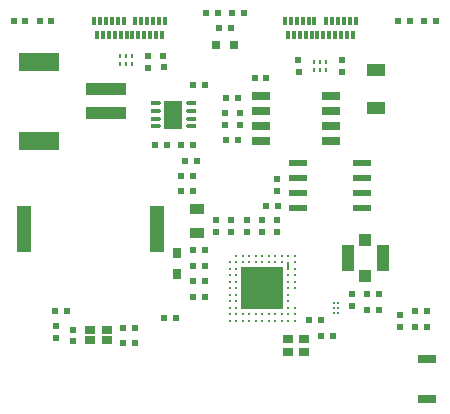
<source format=gtp>
G04 ---------------------------- Layer name :TOP PASTER LAYER*
G04 easyEDA 0.1*
G04 Scale: 100 percent, Rotated: No, Reflected: No *
G04 Dimensions in inches *
G04 leading zeros omitted , absolute positions ,2 integer and 4 * 
%FSLAX24Y24*%
%MOIN*%
G90*
G70D02*

%ADD15R,0.023620X0.019685*%
%ADD16R,0.019685X0.023620*%
%ADD17R,0.009450X0.009450*%
%ADD18R,0.139370X0.139370*%
%ADD19R,0.009450X0.031102*%
%ADD20R,0.009842X0.009842*%
%ADD21R,0.010630X0.012992*%
%ADD22R,0.031496X0.031496*%
%ADD23R,0.062992X0.023620*%
%ADD24R,0.062992X0.031496*%
%ADD25R,0.047240X0.035433*%
%ADD26R,0.039370X0.041339*%
%ADD27R,0.041339X0.086614*%
%ADD28R,0.033465X0.029527*%
%ADD29R,0.026772X0.013780*%
%ADD30R,0.064960X0.094490*%
%ADD31C,0.013780*%
%ADD33R,0.033465X0.025591*%
%ADD34R,0.059055X0.039370*%
%ADD35R,0.059842X0.025984*%
%ADD36R,0.133858X0.059055*%
%ADD37R,0.137790X0.039370*%
%ADD38R,0.011810X0.031496*%
%ADD39R,0.031496X0.035433*%
%ADD40R,0.047240X0.157480*%

%LPD*%
G54D15*
G01X11732Y19152D03*
G01X11732Y18757D03*
G54D16*
G01X12225Y19130D03*
G01X12619Y19132D03*
G01X6161Y23592D03*
G01X6555Y23592D03*
G01X7546Y24292D03*
G01X7940Y24294D03*
G01X12225Y18619D03*
G01X12619Y18621D03*
G01X13838Y18571D03*
G01X14232Y18573D03*
G01X13838Y18061D03*
G01X14232Y18061D03*
G54D15*
G01X13346Y18040D03*
G01X13344Y18434D03*
G54D17*
G01X9826Y19330D03*
G01X9609Y19332D03*
G01X9826Y19548D03*
G01X9826Y20415D03*
G01X9609Y19115D03*
G01X9826Y20198D03*
G01X9609Y20415D03*
G01X9826Y19982D03*
G01X9826Y19765D03*
G01X9609Y19765D03*
G01X9609Y19548D03*
G01X8961Y18248D03*
G01X8094Y18465D03*
G01X8094Y20415D03*
G01X8311Y20415D03*
G01X8526Y20415D03*
G01X8744Y20415D03*
G01X8961Y20415D03*
G01X9176Y20415D03*
G01X9394Y20415D03*
G01X8961Y20198D03*
G01X8744Y20198D03*
G01X8311Y20198D03*
G01X8526Y20198D03*
G01X9394Y20198D03*
G01X9176Y20198D03*
G01X8094Y20198D03*
G01X7878Y20415D03*
G01X7661Y20198D03*
G01X7878Y20198D03*
G01X7661Y19982D03*
G01X7878Y19982D03*
G01X7661Y19765D03*
G01X7878Y19765D03*
G01X7661Y19548D03*
G01X7878Y19548D03*
G01X7661Y19332D03*
G01X7878Y19332D03*
G01X7661Y19115D03*
G01X7878Y19115D03*
G01X7878Y18898D03*
G01X7661Y18898D03*
G01X7661Y18682D03*
G01X7878Y18682D03*
G01X7661Y18248D03*
G01X7878Y18465D03*
G01X7661Y18465D03*
G01X8094Y18248D03*
G01X7878Y18248D03*
G01X8311Y18248D03*
G01X8311Y18465D03*
G01X8526Y18248D03*
G01X8526Y18465D03*
G01X9826Y18682D03*
G01X8744Y18465D03*
G01X8744Y18248D03*
G01X9176Y18248D03*
G01X9394Y18248D03*
G01X9176Y18465D03*
G01X9394Y18465D03*
G01X9826Y18248D03*
G01X9609Y18248D03*
G01X9826Y18465D03*
G01X9609Y18465D03*
G01X9609Y18682D03*
G01X9609Y18898D03*
G01X8961Y18465D03*
G54D18*
G01X8744Y19332D03*
G54D19*
G01X9609Y20088D03*
G54D20*
G01X11278Y18527D03*
G01X11278Y18684D03*
G01X11278Y18840D03*
G01X11119Y18840D03*
G01X11119Y18684D03*
G01X11119Y18527D03*
G54D21*
G01X4409Y27078D03*
G01X4213Y27078D03*
G01X4015Y27078D03*
G01X4015Y26809D03*
G01X4213Y26809D03*
G01X4409Y26809D03*
G54D16*
G01X6432Y22565D03*
G01X6038Y22563D03*
G54D15*
G01X11409Y26544D03*
G01X11409Y26938D03*
G01X9953Y26546D03*
G01X9951Y26940D03*
G54D22*
G01X7794Y27446D03*
G01X7205Y27446D03*
G54D16*
G01X1842Y18565D03*
G01X2236Y18565D03*
G01X13676Y28238D03*
G01X13282Y28236D03*
G01X1323Y28238D03*
G01X1717Y28238D03*
G01X6869Y28509D03*
G01X7263Y28509D03*
G01X8130Y28507D03*
G01X7736Y28507D03*
G01X4113Y18021D03*
G01X4507Y18021D03*
G54D15*
G01X9236Y22584D03*
G01X9236Y22978D03*
G54D23*
G01X12071Y22013D03*
G01X12071Y22513D03*
G01X12071Y23013D03*
G01X12071Y23513D03*
G01X9944Y23513D03*
G01X9944Y23013D03*
G01X9944Y22513D03*
G01X9944Y22013D03*
G54D16*
G01X8865Y22092D03*
G01X9259Y22092D03*
G54D24*
G01X14232Y16969D03*
G01X14232Y15632D03*
G54D16*
G01X11086Y17757D03*
G01X10692Y17755D03*
G54D25*
G01X6559Y21167D03*
G01X6557Y21994D03*
G54D16*
G01X6425Y19061D03*
G01X6819Y19061D03*
G54D15*
G01X8219Y21601D03*
G01X8221Y21207D03*
G01X9244Y21600D03*
G01X9244Y21205D03*
G01X7196Y21601D03*
G01X7198Y21207D03*
G01X7709Y21601D03*
G01X7709Y21207D03*
G01X8732Y21600D03*
G01X8732Y21205D03*
G54D16*
G01X10692Y18269D03*
G01X10298Y18267D03*
G01X6425Y20084D03*
G01X6819Y20084D03*
G01X6425Y20596D03*
G01X6819Y20596D03*
G01X5853Y18352D03*
G01X5459Y18351D03*
G54D26*
G01X12184Y20946D03*
G54D27*
G01X12763Y20348D03*
G54D26*
G01X12184Y19746D03*
G54D27*
G01X11601Y20348D03*
G54D28*
G01X10150Y17221D03*
G01X9617Y17221D03*
G01X10150Y17636D03*
G01X9617Y17636D03*
G54D16*
G01X6819Y26128D03*
G01X6426Y26127D03*
G01X6038Y24103D03*
G01X6432Y24105D03*
G01X7940Y25671D03*
G01X7546Y25669D03*
G54D15*
G01X7486Y24784D03*
G01X7486Y25178D03*
G54D16*
G01X6819Y19571D03*
G01X6425Y19571D03*
G54D29*
G01X5169Y25502D03*
G01X5169Y25246D03*
G01X5169Y24990D03*
G01X5169Y24734D03*
G01X6396Y24734D03*
G01X6396Y24990D03*
G01X6396Y25246D03*
G01X6396Y25502D03*
G54D30*
G01X5782Y25115D03*
G54D31*
G01X5298Y25502D03*
G01X5298Y25246D03*
G01X5298Y24990D03*
G01X5298Y24734D03*
G01X6267Y24734D03*
G01X6267Y24990D03*
G01X6267Y25246D03*
G01X6267Y25502D03*
G54D16*
G01X5567Y24103D03*
G01X5173Y24103D03*
G01X7303Y27998D03*
G01X7696Y27998D03*
G54D15*
G01X2440Y17961D03*
G01X2442Y17567D03*
G54D33*
G01X3569Y17930D03*
G01X3569Y17596D03*
G01X3000Y17596D03*
G01X3000Y17930D03*
G54D16*
G01X457Y28238D03*
G01X851Y28238D03*
G54D15*
G01X1861Y17678D03*
G01X1859Y18073D03*
G54D16*
G01X14542Y28238D03*
G01X14148Y28236D03*
G01X4113Y17509D03*
G01X4507Y17509D03*
G01X8884Y26340D03*
G01X8490Y26338D03*
G54D34*
G01X12519Y25340D03*
G01X12519Y26600D03*
G54D15*
G01X8000Y24784D03*
G01X7998Y25178D03*
G54D35*
G01X11032Y24234D03*
G01X8694Y24234D03*
G01X11032Y24734D03*
G01X11032Y25234D03*
G01X8694Y24734D03*
G01X8694Y25234D03*
G01X11032Y25734D03*
G01X8694Y25734D03*
G54D16*
G01X6432Y23080D03*
G01X6038Y23078D03*
G54D36*
G01X1288Y24255D03*
G54D37*
G01X3551Y25178D03*
G01X3551Y25967D03*
G54D36*
G01X1288Y26892D03*
G54D38*
G01X11763Y27777D03*
G01X11567Y27777D03*
G01X11369Y27777D03*
G01X11173Y27777D03*
G01X10976Y27777D03*
G01X10778Y27777D03*
G01X10582Y27777D03*
G01X10386Y27777D03*
G01X10188Y27777D03*
G01X9992Y27777D03*
G01X9794Y27777D03*
G01X9598Y27777D03*
G01X11861Y28250D03*
G01X11665Y28250D03*
G01X11467Y28250D03*
G01X11271Y28250D03*
G01X11075Y28250D03*
G01X10878Y28250D03*
G01X10484Y28250D03*
G01X10286Y28250D03*
G01X10090Y28250D03*
G01X9894Y28250D03*
G01X9696Y28250D03*
G01X9500Y28250D03*
G54D15*
G01X4940Y26694D03*
G01X4940Y27088D03*
G01X5453Y26696D03*
G01X5451Y27090D03*
G54D21*
G01X10484Y26607D03*
G01X10680Y26607D03*
G01X10878Y26607D03*
G01X10878Y26876D03*
G01X10680Y26876D03*
G01X10484Y26876D03*
G54D39*
G01X5894Y19828D03*
G01X5894Y20498D03*
G54D38*
G01X5401Y27777D03*
G01X5205Y27777D03*
G01X5007Y27777D03*
G01X4811Y27777D03*
G01X4613Y27777D03*
G01X4417Y27777D03*
G01X4221Y27777D03*
G01X4023Y27777D03*
G01X3826Y27777D03*
G01X3630Y27777D03*
G01X3432Y27777D03*
G01X3236Y27777D03*
G01X5500Y28250D03*
G01X5303Y28250D03*
G01X5105Y28250D03*
G01X4909Y28250D03*
G01X4713Y28250D03*
G01X4515Y28250D03*
G01X4121Y28250D03*
G01X3925Y28250D03*
G01X3728Y28250D03*
G01X3532Y28250D03*
G01X3334Y28250D03*
G01X3138Y28250D03*
G54D40*
G01X815Y21319D03*
G01X5225Y21319D03*

M00*
M02*
</source>
